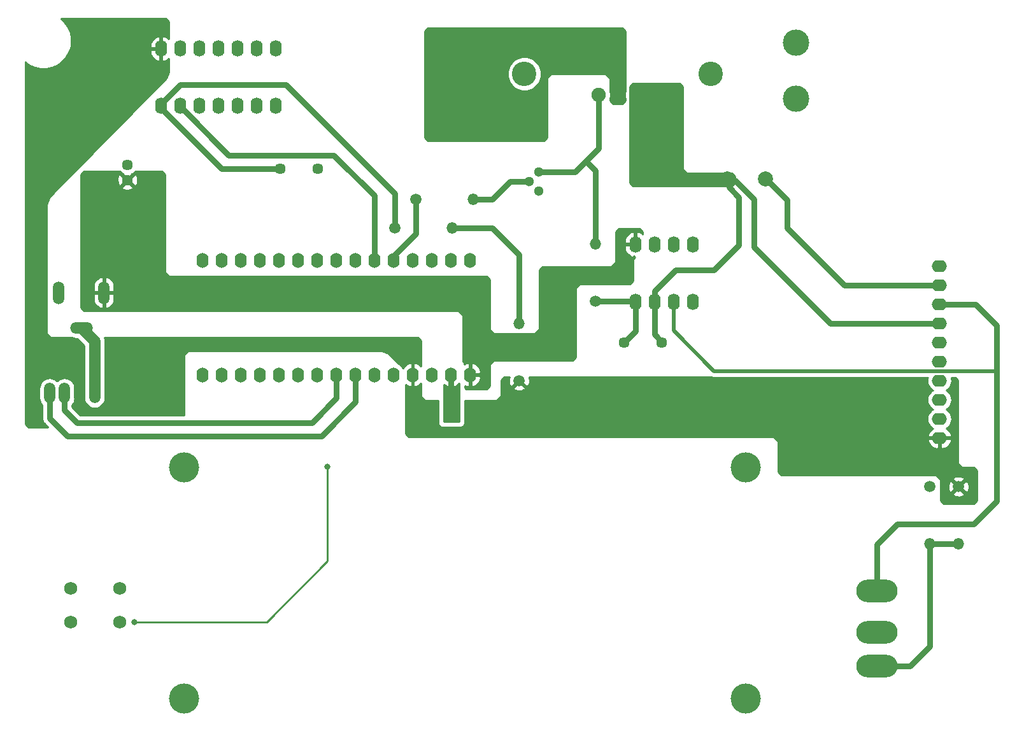
<source format=gbr>
G04 #@! TF.GenerationSoftware,KiCad,Pcbnew,(5.1.4)-1*
G04 #@! TF.CreationDate,2020-07-21T13:34:30-04:00*
G04 #@! TF.ProjectId,DC_LOAD_V01,44435f4c-4f41-4445-9f56-30312e6b6963,V01*
G04 #@! TF.SameCoordinates,Original*
G04 #@! TF.FileFunction,Copper,L1,Top*
G04 #@! TF.FilePolarity,Positive*
%FSLAX46Y46*%
G04 Gerber Fmt 4.6, Leading zero omitted, Abs format (unit mm)*
G04 Created by KiCad (PCBNEW (5.1.4)-1) date 2020-07-21 13:34:30*
%MOMM*%
%LPD*%
G04 APERTURE LIST*
%ADD10O,2.000000X1.600000*%
%ADD11O,1.600000X2.000000*%
%ADD12O,1.508000X3.016000*%
%ADD13O,3.016000X1.508000*%
%ADD14C,3.500000*%
%ADD15C,1.500000*%
%ADD16O,1.500000X1.500000*%
%ADD17O,1.600000X2.200000*%
%ADD18O,5.500000X3.000000*%
%ADD19C,4.000000*%
%ADD20O,1.500000X2.750000*%
%ADD21C,1.450000*%
%ADD22C,3.250000*%
%ADD23C,1.300000*%
%ADD24C,1.750000*%
%ADD25O,2.000000X1.905000*%
%ADD26C,1.905000*%
%ADD27C,2.000000*%
%ADD28C,0.800000*%
%ADD29C,0.750000*%
%ADD30C,1.500000*%
%ADD31C,0.500000*%
%ADD32C,0.250000*%
%ADD33C,0.254000*%
G04 APERTURE END LIST*
D10*
X200152000Y-105156000D03*
X200152000Y-102616000D03*
X200152000Y-100076000D03*
X200152000Y-97536000D03*
X200152000Y-94996000D03*
X200152000Y-92456000D03*
X200152000Y-87376000D03*
X200152000Y-89916000D03*
X200152000Y-84836000D03*
X200152000Y-82296000D03*
D11*
X102171500Y-96774000D03*
X102171500Y-81534000D03*
X137731500Y-96774000D03*
X104711500Y-81534000D03*
X135191500Y-96774000D03*
X107251500Y-81534000D03*
X132651500Y-96774000D03*
X109791500Y-81534000D03*
X130111500Y-96774000D03*
X112331500Y-81534000D03*
X127571500Y-96774000D03*
X114871500Y-81534000D03*
X125031500Y-96774000D03*
X117411500Y-81534000D03*
X122491500Y-96774000D03*
X119951500Y-81534000D03*
X119951500Y-96774000D03*
X122491500Y-81534000D03*
X117411500Y-96774000D03*
X125031500Y-81534000D03*
X114871500Y-96774000D03*
X127571500Y-81534000D03*
X112331500Y-96774000D03*
X130111500Y-81534000D03*
X109791500Y-96774000D03*
X132651500Y-81534000D03*
X107251500Y-96774000D03*
X135191500Y-81534000D03*
X104711500Y-96774000D03*
X137731500Y-81534000D03*
D12*
X89050000Y-85852000D03*
X83050000Y-85852000D03*
D13*
X86050000Y-90552000D03*
D14*
X134112000Y-60078000D03*
X134112000Y-52578000D03*
X181102000Y-52578000D03*
X181102000Y-60078000D03*
D15*
X202692000Y-111633000D03*
D16*
X202692000Y-119253000D03*
X198882000Y-119253000D03*
D15*
X198882000Y-111633000D03*
X154432000Y-86995000D03*
D16*
X154432000Y-79375000D03*
X138176000Y-73406000D03*
D15*
X130556000Y-73406000D03*
D16*
X144272000Y-89916000D03*
D15*
X144272000Y-97536000D03*
X127762000Y-77216000D03*
D16*
X135382000Y-77216000D03*
D17*
X159702500Y-79438500D03*
X167322500Y-87058500D03*
X162242500Y-79438500D03*
X164782500Y-87058500D03*
X164782500Y-79438500D03*
X162242500Y-87058500D03*
X167322500Y-79438500D03*
X159702500Y-87058500D03*
X96647000Y-53403500D03*
X111887000Y-61023500D03*
X99187000Y-53403500D03*
X109347000Y-61023500D03*
X101727000Y-53403500D03*
X106807000Y-61023500D03*
X104267000Y-53403500D03*
X104267000Y-61023500D03*
X106807000Y-53403500D03*
X101727000Y-61023500D03*
X109347000Y-53403500D03*
X99187000Y-61023500D03*
X111887000Y-53403500D03*
X96647000Y-61023500D03*
D18*
X191833500Y-125476000D03*
X191833500Y-130976000D03*
X191833500Y-135476000D03*
D19*
X99722000Y-109120000D03*
X99722000Y-139820000D03*
X174422000Y-139820000D03*
X174422000Y-109120000D03*
D20*
X81822000Y-99194600D03*
X83822000Y-99194600D03*
X85822000Y-99194600D03*
X87822000Y-99194600D03*
D21*
X158242000Y-92456000D03*
X163242000Y-92456000D03*
X117522000Y-69405500D03*
X112522000Y-69405500D03*
D22*
X144957800Y-56769000D03*
X169748200Y-56769000D03*
D21*
X92202000Y-68866000D03*
X92202000Y-70866000D03*
D23*
X146875500Y-72326500D03*
X146875500Y-69786500D03*
X145605500Y-71056500D03*
D24*
X91134000Y-125131000D03*
X91134000Y-129631000D03*
X84634000Y-125131000D03*
X84634000Y-129631000D03*
D25*
X159918400Y-59563000D03*
X157378400Y-59563000D03*
D26*
X154838400Y-59563000D03*
D27*
X177012600Y-70764400D03*
X171932600Y-70764400D03*
D28*
X135890000Y-101600000D03*
X134620000Y-102616000D03*
X135890000Y-102616000D03*
X134620000Y-101600000D03*
X93078300Y-129631440D03*
X118742460Y-108988860D03*
D29*
X199952000Y-102616000D02*
X200152000Y-102616000D01*
X135191500Y-96774000D02*
X135191500Y-96974000D01*
X130111500Y-81534000D02*
X130111500Y-81334000D01*
D30*
X87822000Y-92324000D02*
X86050000Y-90552000D01*
X87822000Y-99194600D02*
X87822000Y-92324000D01*
D29*
X187515500Y-84836000D02*
X200152000Y-84836000D01*
X179895500Y-77216000D02*
X187515500Y-84836000D01*
X177241200Y-70866000D02*
X179895500Y-73520300D01*
X179895500Y-73520300D02*
X179895500Y-77216000D01*
D31*
X127571500Y-81334000D02*
X127571500Y-81534000D01*
D29*
X130556000Y-77978000D02*
X130556000Y-73406000D01*
D31*
X127571500Y-81534000D02*
X127571500Y-80962500D01*
D29*
X127571500Y-80962500D02*
X130556000Y-77978000D01*
X125031500Y-72961500D02*
X125031500Y-81534000D01*
X119634000Y-67564000D02*
X125031500Y-72961500D01*
X105672750Y-67564000D02*
X119634000Y-67564000D01*
X99187000Y-61023500D02*
X99187000Y-61078250D01*
X99187000Y-61078250D02*
X105672750Y-67564000D01*
D32*
X159639000Y-86995000D02*
X159702500Y-87058500D01*
D29*
X154432000Y-86995000D02*
X159639000Y-86995000D01*
X159702500Y-90995500D02*
X158242000Y-92456000D01*
X159702500Y-87058500D02*
X159702500Y-90995500D01*
X111496696Y-69405500D02*
X112522000Y-69405500D01*
X104729000Y-69405500D02*
X111496696Y-69405500D01*
X96647000Y-61323500D02*
X104729000Y-69405500D01*
X96647000Y-61023500D02*
X96647000Y-61323500D01*
X96647000Y-60723500D02*
X96647000Y-61023500D01*
X99204500Y-58166000D02*
X96647000Y-60723500D01*
X113284000Y-58166000D02*
X99204500Y-58166000D01*
X127762000Y-77216000D02*
X127762000Y-72644000D01*
X127762000Y-72644000D02*
X113284000Y-58166000D01*
X154432000Y-69596000D02*
X154432000Y-79375000D01*
D31*
X146875500Y-69786500D02*
X147066000Y-69596000D01*
D29*
X153162000Y-68326000D02*
X154432000Y-69596000D01*
X151892000Y-69596000D02*
X153162000Y-68326000D01*
X151701500Y-69786500D02*
X151892000Y-69596000D01*
X146875500Y-69786500D02*
X151701500Y-69786500D01*
X154813000Y-59588400D02*
X154838400Y-59563000D01*
X153162000Y-68326000D02*
X154813000Y-66675000D01*
X154813000Y-66675000D02*
X154813000Y-59588400D01*
X143065500Y-71056500D02*
X145605500Y-71056500D01*
X138176000Y-73406000D02*
X140716000Y-73406000D01*
X140716000Y-73406000D02*
X143065500Y-71056500D01*
X202692000Y-119253000D02*
X198882000Y-119253000D01*
X196248000Y-135476000D02*
X191833500Y-135476000D01*
X198882000Y-119253000D02*
X198882000Y-132842000D01*
X198882000Y-132842000D02*
X196248000Y-135476000D01*
X140716000Y-77216000D02*
X135382000Y-77216000D01*
X144272000Y-89916000D02*
X144272000Y-80772000D01*
X144272000Y-80772000D02*
X140716000Y-77216000D01*
D32*
X93078300Y-129631440D02*
X110680500Y-129631440D01*
X110680500Y-129631440D02*
X118742460Y-121569480D01*
X118742460Y-121569480D02*
X118742460Y-108988860D01*
D31*
X170180000Y-96266000D02*
X207772000Y-96266000D01*
X164782500Y-87058500D02*
X164782500Y-90868500D01*
X164782500Y-90868500D02*
X170180000Y-96266000D01*
D29*
X207772000Y-90170000D02*
X204978000Y-87376000D01*
X207772000Y-96266000D02*
X207772000Y-90170000D01*
X204978000Y-87376000D02*
X200152000Y-87376000D01*
X207772000Y-113538000D02*
X207772000Y-96266000D01*
X204724000Y-116586000D02*
X207772000Y-113538000D01*
X194564000Y-116586000D02*
X204724000Y-116586000D01*
X191833500Y-125476000D02*
X191833500Y-119316500D01*
X191833500Y-119316500D02*
X194564000Y-116586000D01*
D32*
X89050000Y-85852000D02*
X89050000Y-85098000D01*
D29*
X162242500Y-91376500D02*
X162242500Y-87058500D01*
X163242000Y-92456000D02*
X163242000Y-92376000D01*
X163242000Y-92376000D02*
X162242500Y-91376500D01*
X162242500Y-85661500D02*
X162242500Y-87058500D01*
X172161200Y-71831200D02*
X173482000Y-73152000D01*
X172161200Y-70866000D02*
X172161200Y-71831200D01*
X173482000Y-73152000D02*
X173482000Y-79502000D01*
X173482000Y-79502000D02*
X170180000Y-82804000D01*
X170180000Y-82804000D02*
X165100000Y-82804000D01*
X165100000Y-82804000D02*
X162242500Y-85661500D01*
X185674000Y-89916000D02*
X200152000Y-89916000D01*
X175514000Y-79756000D02*
X185674000Y-89916000D01*
X175514000Y-73406000D02*
X175514000Y-79756000D01*
X172161200Y-70866000D02*
X172974000Y-70866000D01*
X172974000Y-70866000D02*
X175514000Y-73406000D01*
D31*
X125031500Y-96774000D02*
X125031500Y-96974000D01*
D29*
X119951500Y-99885500D02*
X119951500Y-96774000D01*
X116713000Y-103124000D02*
X119951500Y-99885500D01*
X85471000Y-103124000D02*
X116713000Y-103124000D01*
X83822000Y-99194600D02*
X83822000Y-101475000D01*
X83822000Y-101475000D02*
X85471000Y-103124000D01*
X122491500Y-100393500D02*
X122491500Y-96774000D01*
X117983000Y-104902000D02*
X122491500Y-100393500D01*
X84201000Y-104902000D02*
X117983000Y-104902000D01*
X81822000Y-99194600D02*
X81822000Y-102523000D01*
X81822000Y-102523000D02*
X84201000Y-104902000D01*
D33*
G36*
X158369000Y-51098606D02*
G01*
X158369000Y-59045333D01*
X158306370Y-59251796D01*
X158275719Y-59563000D01*
X158306370Y-59874204D01*
X158369000Y-60080667D01*
X158369000Y-60280394D01*
X157943394Y-60706000D01*
X156762606Y-60706000D01*
X156337000Y-60280394D01*
X156337000Y-60093397D01*
X156364893Y-60026057D01*
X156425900Y-59719355D01*
X156425900Y-59406645D01*
X156364893Y-59099943D01*
X156337000Y-59032603D01*
X156337000Y-57396000D01*
X156334560Y-57371224D01*
X156327333Y-57347399D01*
X156315597Y-57325443D01*
X156299803Y-57306197D01*
X155799803Y-56806197D01*
X155780557Y-56790403D01*
X155758601Y-56778667D01*
X155734776Y-56771440D01*
X155710000Y-56769000D01*
X148582000Y-56769000D01*
X148557224Y-56771440D01*
X148533399Y-56778667D01*
X148511443Y-56790403D01*
X148492197Y-56806197D01*
X147992197Y-57306197D01*
X147976403Y-57325443D01*
X147964667Y-57347399D01*
X147957440Y-57371224D01*
X147955000Y-57396000D01*
X147955000Y-65233394D01*
X147529394Y-65659000D01*
X132124606Y-65659000D01*
X131699000Y-65233394D01*
X131699000Y-56546409D01*
X142697800Y-56546409D01*
X142697800Y-56991591D01*
X142784651Y-57428218D01*
X142955014Y-57839511D01*
X143202344Y-58209666D01*
X143517134Y-58524456D01*
X143887289Y-58771786D01*
X144298582Y-58942149D01*
X144735209Y-59029000D01*
X145180391Y-59029000D01*
X145617018Y-58942149D01*
X146028311Y-58771786D01*
X146398466Y-58524456D01*
X146713256Y-58209666D01*
X146960586Y-57839511D01*
X147130949Y-57428218D01*
X147217800Y-56991591D01*
X147217800Y-56546409D01*
X147130949Y-56109782D01*
X146960586Y-55698489D01*
X146713256Y-55328334D01*
X146398466Y-55013544D01*
X146028311Y-54766214D01*
X145617018Y-54595851D01*
X145180391Y-54509000D01*
X144735209Y-54509000D01*
X144298582Y-54595851D01*
X143887289Y-54766214D01*
X143517134Y-55013544D01*
X143202344Y-55328334D01*
X142955014Y-55698489D01*
X142784651Y-56109782D01*
X142697800Y-56546409D01*
X131699000Y-56546409D01*
X131699000Y-51098606D01*
X132124606Y-50673000D01*
X157943394Y-50673000D01*
X158369000Y-51098606D01*
X158369000Y-51098606D01*
G37*
X158369000Y-51098606D02*
X158369000Y-59045333D01*
X158306370Y-59251796D01*
X158275719Y-59563000D01*
X158306370Y-59874204D01*
X158369000Y-60080667D01*
X158369000Y-60280394D01*
X157943394Y-60706000D01*
X156762606Y-60706000D01*
X156337000Y-60280394D01*
X156337000Y-60093397D01*
X156364893Y-60026057D01*
X156425900Y-59719355D01*
X156425900Y-59406645D01*
X156364893Y-59099943D01*
X156337000Y-59032603D01*
X156337000Y-57396000D01*
X156334560Y-57371224D01*
X156327333Y-57347399D01*
X156315597Y-57325443D01*
X156299803Y-57306197D01*
X155799803Y-56806197D01*
X155780557Y-56790403D01*
X155758601Y-56778667D01*
X155734776Y-56771440D01*
X155710000Y-56769000D01*
X148582000Y-56769000D01*
X148557224Y-56771440D01*
X148533399Y-56778667D01*
X148511443Y-56790403D01*
X148492197Y-56806197D01*
X147992197Y-57306197D01*
X147976403Y-57325443D01*
X147964667Y-57347399D01*
X147957440Y-57371224D01*
X147955000Y-57396000D01*
X147955000Y-65233394D01*
X147529394Y-65659000D01*
X132124606Y-65659000D01*
X131699000Y-65233394D01*
X131699000Y-56546409D01*
X142697800Y-56546409D01*
X142697800Y-56991591D01*
X142784651Y-57428218D01*
X142955014Y-57839511D01*
X143202344Y-58209666D01*
X143517134Y-58524456D01*
X143887289Y-58771786D01*
X144298582Y-58942149D01*
X144735209Y-59029000D01*
X145180391Y-59029000D01*
X145617018Y-58942149D01*
X146028311Y-58771786D01*
X146398466Y-58524456D01*
X146713256Y-58209666D01*
X146960586Y-57839511D01*
X147130949Y-57428218D01*
X147217800Y-56991591D01*
X147217800Y-56546409D01*
X147130949Y-56109782D01*
X146960586Y-55698489D01*
X146713256Y-55328334D01*
X146398466Y-55013544D01*
X146028311Y-54766214D01*
X145617018Y-54595851D01*
X145180391Y-54509000D01*
X144735209Y-54509000D01*
X144298582Y-54595851D01*
X143887289Y-54766214D01*
X143517134Y-55013544D01*
X143202344Y-55328334D01*
X142955014Y-55698489D01*
X142784651Y-56109782D01*
X142697800Y-56546409D01*
X131699000Y-56546409D01*
X131699000Y-51098606D01*
X132124606Y-50673000D01*
X157943394Y-50673000D01*
X158369000Y-51098606D01*
G36*
X91145619Y-69732949D02*
G01*
X91335051Y-69922381D01*
X91557799Y-70071216D01*
X91607343Y-70091738D01*
X92202000Y-70686395D01*
X92796657Y-70091738D01*
X92846201Y-70071216D01*
X93068949Y-69922381D01*
X93258381Y-69732949D01*
X93265029Y-69723000D01*
X96729394Y-69723000D01*
X97155000Y-70148606D01*
X97155000Y-83066000D01*
X97157440Y-83090776D01*
X97164667Y-83114601D01*
X97176403Y-83136557D01*
X97192197Y-83155803D01*
X97692197Y-83655803D01*
X97711443Y-83671597D01*
X97733399Y-83683333D01*
X97757224Y-83690560D01*
X97782000Y-83693000D01*
X139909394Y-83693000D01*
X140335000Y-84118606D01*
X140335000Y-90686000D01*
X140337440Y-90710776D01*
X140344667Y-90734601D01*
X140356403Y-90756557D01*
X140372197Y-90775803D01*
X140872197Y-91275803D01*
X140891443Y-91291597D01*
X140913399Y-91303333D01*
X140937224Y-91310560D01*
X140962000Y-91313000D01*
X146312000Y-91313000D01*
X146336776Y-91310560D01*
X146360601Y-91303333D01*
X146382557Y-91291597D01*
X146401803Y-91275803D01*
X146901803Y-90775803D01*
X146917597Y-90756557D01*
X146929333Y-90734601D01*
X146936560Y-90710776D01*
X146939000Y-90686000D01*
X146939000Y-82848606D01*
X147364606Y-82423000D01*
X156472000Y-82423000D01*
X156496776Y-82420560D01*
X156520601Y-82413333D01*
X156542557Y-82401597D01*
X156561803Y-82385803D01*
X157061803Y-81885803D01*
X157077597Y-81866557D01*
X157089333Y-81844601D01*
X157096560Y-81820776D01*
X157099000Y-81796000D01*
X157099000Y-79015500D01*
X158267500Y-79015500D01*
X158267500Y-79315500D01*
X159579500Y-79315500D01*
X159579500Y-77868191D01*
X159357357Y-77745625D01*
X159266987Y-77765663D01*
X159007528Y-77877006D01*
X158774776Y-78036828D01*
X158577676Y-78238986D01*
X158423803Y-78475712D01*
X158319069Y-78737909D01*
X158267500Y-79015500D01*
X157099000Y-79015500D01*
X157099000Y-77768606D01*
X157524606Y-77343000D01*
X160229394Y-77343000D01*
X160655000Y-77768606D01*
X160655000Y-78062240D01*
X160630224Y-78036828D01*
X160397472Y-77877006D01*
X160138013Y-77765663D01*
X160047643Y-77745625D01*
X159825500Y-77868191D01*
X159825500Y-79315500D01*
X159845500Y-79315500D01*
X159845500Y-79561500D01*
X159825500Y-79561500D01*
X159825500Y-79581500D01*
X159579500Y-79581500D01*
X159579500Y-79561500D01*
X158267500Y-79561500D01*
X158267500Y-79861500D01*
X158319069Y-80139091D01*
X158423803Y-80401288D01*
X158577676Y-80638014D01*
X158774776Y-80840172D01*
X159007528Y-80999994D01*
X159266987Y-81111337D01*
X159357357Y-81131375D01*
X159579498Y-81008810D01*
X159579498Y-81173500D01*
X159684894Y-81173500D01*
X159422197Y-81436197D01*
X159406403Y-81455443D01*
X159394667Y-81477399D01*
X159387440Y-81501224D01*
X159385000Y-81526000D01*
X159385000Y-84283394D01*
X158959394Y-84709000D01*
X152392000Y-84709000D01*
X152367224Y-84711440D01*
X152343399Y-84718667D01*
X152321443Y-84730403D01*
X152302197Y-84746197D01*
X151802197Y-85246197D01*
X151786403Y-85265443D01*
X151774667Y-85287399D01*
X151767440Y-85311224D01*
X151765000Y-85336000D01*
X151765000Y-94443394D01*
X151339394Y-94869000D01*
X140962000Y-94869000D01*
X140937224Y-94871440D01*
X140913399Y-94878667D01*
X140891443Y-94890403D01*
X140872197Y-94906197D01*
X140372197Y-95406197D01*
X140356403Y-95425443D01*
X140344667Y-95447399D01*
X140337440Y-95471224D01*
X140335000Y-95496000D01*
X140335000Y-98253394D01*
X139909394Y-98679000D01*
X137204606Y-98679000D01*
X137033000Y-98507394D01*
X137033000Y-98229807D01*
X137063079Y-98249551D01*
X137324770Y-98355444D01*
X137382461Y-98365904D01*
X137604500Y-98243915D01*
X137604500Y-96901000D01*
X137858500Y-96901000D01*
X137858500Y-98243915D01*
X138080539Y-98365904D01*
X138138230Y-98355444D01*
X138399921Y-98249551D01*
X138635925Y-98094639D01*
X138837173Y-97896662D01*
X138995930Y-97663227D01*
X139106096Y-97403306D01*
X139163437Y-97126887D01*
X139010974Y-96901000D01*
X137858500Y-96901000D01*
X137604500Y-96901000D01*
X137584500Y-96901000D01*
X137584500Y-96647000D01*
X137604500Y-96647000D01*
X137604500Y-95304085D01*
X137858500Y-95304085D01*
X137858500Y-96647000D01*
X139010974Y-96647000D01*
X139163437Y-96421113D01*
X139106096Y-96144694D01*
X138995930Y-95884773D01*
X138837173Y-95651338D01*
X138635925Y-95453361D01*
X138399921Y-95298449D01*
X138138230Y-95192556D01*
X138080539Y-95182096D01*
X137858500Y-95304085D01*
X137604500Y-95304085D01*
X137382461Y-95182096D01*
X137324770Y-95192556D01*
X137063079Y-95298449D01*
X137007160Y-95335154D01*
X136984664Y-95260996D01*
X136925983Y-95151213D01*
X136847013Y-95054987D01*
X136779000Y-94999171D01*
X136779000Y-88892000D01*
X136776560Y-88867224D01*
X136769333Y-88843399D01*
X136757597Y-88821443D01*
X136741803Y-88802197D01*
X136241803Y-88302197D01*
X136222557Y-88286403D01*
X136200601Y-88274667D01*
X136176776Y-88267440D01*
X136152000Y-88265000D01*
X86404606Y-88265000D01*
X85979000Y-87839394D01*
X85979000Y-85979000D01*
X87661000Y-85979000D01*
X87661000Y-86733000D01*
X87712466Y-87001540D01*
X87815332Y-87254880D01*
X87965646Y-87483284D01*
X88157631Y-87677974D01*
X88383909Y-87831469D01*
X88635785Y-87937870D01*
X88708186Y-87952286D01*
X88923000Y-87829677D01*
X88923000Y-85979000D01*
X89177000Y-85979000D01*
X89177000Y-87829677D01*
X89391814Y-87952286D01*
X89464215Y-87937870D01*
X89716091Y-87831469D01*
X89942369Y-87677974D01*
X90134354Y-87483284D01*
X90284668Y-87254880D01*
X90387534Y-87001540D01*
X90439000Y-86733000D01*
X90439000Y-85979000D01*
X89177000Y-85979000D01*
X88923000Y-85979000D01*
X87661000Y-85979000D01*
X85979000Y-85979000D01*
X85979000Y-84971000D01*
X87661000Y-84971000D01*
X87661000Y-85725000D01*
X88923000Y-85725000D01*
X88923000Y-83874323D01*
X89177000Y-83874323D01*
X89177000Y-85725000D01*
X90439000Y-85725000D01*
X90439000Y-84971000D01*
X90387534Y-84702460D01*
X90284668Y-84449120D01*
X90134354Y-84220716D01*
X89942369Y-84026026D01*
X89716091Y-83872531D01*
X89464215Y-83766130D01*
X89391814Y-83751714D01*
X89177000Y-83874323D01*
X88923000Y-83874323D01*
X88708186Y-83751714D01*
X88635785Y-83766130D01*
X88383909Y-83872531D01*
X88157631Y-84026026D01*
X87965646Y-84220716D01*
X87815332Y-84449120D01*
X87712466Y-84702460D01*
X87661000Y-84971000D01*
X85979000Y-84971000D01*
X85979000Y-71805133D01*
X91442472Y-71805133D01*
X91504965Y-72041450D01*
X91747678Y-72154850D01*
X92007849Y-72218719D01*
X92275482Y-72230604D01*
X92540291Y-72190048D01*
X92792100Y-72098609D01*
X92899035Y-72041450D01*
X92961528Y-71805133D01*
X92202000Y-71045605D01*
X91442472Y-71805133D01*
X85979000Y-71805133D01*
X85979000Y-70939482D01*
X90837396Y-70939482D01*
X90877952Y-71204291D01*
X90969391Y-71456100D01*
X91026550Y-71563035D01*
X91262867Y-71625528D01*
X92022395Y-70866000D01*
X92381605Y-70866000D01*
X93141133Y-71625528D01*
X93377450Y-71563035D01*
X93490850Y-71320322D01*
X93554719Y-71060151D01*
X93566604Y-70792518D01*
X93526048Y-70527709D01*
X93434609Y-70275900D01*
X93377450Y-70168965D01*
X93141133Y-70106472D01*
X92381605Y-70866000D01*
X92022395Y-70866000D01*
X91262867Y-70106472D01*
X91026550Y-70168965D01*
X90913150Y-70411678D01*
X90849281Y-70671849D01*
X90837396Y-70939482D01*
X85979000Y-70939482D01*
X85979000Y-70148606D01*
X86404606Y-69723000D01*
X91138971Y-69723000D01*
X91145619Y-69732949D01*
X91145619Y-69732949D01*
G37*
X91145619Y-69732949D02*
X91335051Y-69922381D01*
X91557799Y-70071216D01*
X91607343Y-70091738D01*
X92202000Y-70686395D01*
X92796657Y-70091738D01*
X92846201Y-70071216D01*
X93068949Y-69922381D01*
X93258381Y-69732949D01*
X93265029Y-69723000D01*
X96729394Y-69723000D01*
X97155000Y-70148606D01*
X97155000Y-83066000D01*
X97157440Y-83090776D01*
X97164667Y-83114601D01*
X97176403Y-83136557D01*
X97192197Y-83155803D01*
X97692197Y-83655803D01*
X97711443Y-83671597D01*
X97733399Y-83683333D01*
X97757224Y-83690560D01*
X97782000Y-83693000D01*
X139909394Y-83693000D01*
X140335000Y-84118606D01*
X140335000Y-90686000D01*
X140337440Y-90710776D01*
X140344667Y-90734601D01*
X140356403Y-90756557D01*
X140372197Y-90775803D01*
X140872197Y-91275803D01*
X140891443Y-91291597D01*
X140913399Y-91303333D01*
X140937224Y-91310560D01*
X140962000Y-91313000D01*
X146312000Y-91313000D01*
X146336776Y-91310560D01*
X146360601Y-91303333D01*
X146382557Y-91291597D01*
X146401803Y-91275803D01*
X146901803Y-90775803D01*
X146917597Y-90756557D01*
X146929333Y-90734601D01*
X146936560Y-90710776D01*
X146939000Y-90686000D01*
X146939000Y-82848606D01*
X147364606Y-82423000D01*
X156472000Y-82423000D01*
X156496776Y-82420560D01*
X156520601Y-82413333D01*
X156542557Y-82401597D01*
X156561803Y-82385803D01*
X157061803Y-81885803D01*
X157077597Y-81866557D01*
X157089333Y-81844601D01*
X157096560Y-81820776D01*
X157099000Y-81796000D01*
X157099000Y-79015500D01*
X158267500Y-79015500D01*
X158267500Y-79315500D01*
X159579500Y-79315500D01*
X159579500Y-77868191D01*
X159357357Y-77745625D01*
X159266987Y-77765663D01*
X159007528Y-77877006D01*
X158774776Y-78036828D01*
X158577676Y-78238986D01*
X158423803Y-78475712D01*
X158319069Y-78737909D01*
X158267500Y-79015500D01*
X157099000Y-79015500D01*
X157099000Y-77768606D01*
X157524606Y-77343000D01*
X160229394Y-77343000D01*
X160655000Y-77768606D01*
X160655000Y-78062240D01*
X160630224Y-78036828D01*
X160397472Y-77877006D01*
X160138013Y-77765663D01*
X160047643Y-77745625D01*
X159825500Y-77868191D01*
X159825500Y-79315500D01*
X159845500Y-79315500D01*
X159845500Y-79561500D01*
X159825500Y-79561500D01*
X159825500Y-79581500D01*
X159579500Y-79581500D01*
X159579500Y-79561500D01*
X158267500Y-79561500D01*
X158267500Y-79861500D01*
X158319069Y-80139091D01*
X158423803Y-80401288D01*
X158577676Y-80638014D01*
X158774776Y-80840172D01*
X159007528Y-80999994D01*
X159266987Y-81111337D01*
X159357357Y-81131375D01*
X159579498Y-81008810D01*
X159579498Y-81173500D01*
X159684894Y-81173500D01*
X159422197Y-81436197D01*
X159406403Y-81455443D01*
X159394667Y-81477399D01*
X159387440Y-81501224D01*
X159385000Y-81526000D01*
X159385000Y-84283394D01*
X158959394Y-84709000D01*
X152392000Y-84709000D01*
X152367224Y-84711440D01*
X152343399Y-84718667D01*
X152321443Y-84730403D01*
X152302197Y-84746197D01*
X151802197Y-85246197D01*
X151786403Y-85265443D01*
X151774667Y-85287399D01*
X151767440Y-85311224D01*
X151765000Y-85336000D01*
X151765000Y-94443394D01*
X151339394Y-94869000D01*
X140962000Y-94869000D01*
X140937224Y-94871440D01*
X140913399Y-94878667D01*
X140891443Y-94890403D01*
X140872197Y-94906197D01*
X140372197Y-95406197D01*
X140356403Y-95425443D01*
X140344667Y-95447399D01*
X140337440Y-95471224D01*
X140335000Y-95496000D01*
X140335000Y-98253394D01*
X139909394Y-98679000D01*
X137204606Y-98679000D01*
X137033000Y-98507394D01*
X137033000Y-98229807D01*
X137063079Y-98249551D01*
X137324770Y-98355444D01*
X137382461Y-98365904D01*
X137604500Y-98243915D01*
X137604500Y-96901000D01*
X137858500Y-96901000D01*
X137858500Y-98243915D01*
X138080539Y-98365904D01*
X138138230Y-98355444D01*
X138399921Y-98249551D01*
X138635925Y-98094639D01*
X138837173Y-97896662D01*
X138995930Y-97663227D01*
X139106096Y-97403306D01*
X139163437Y-97126887D01*
X139010974Y-96901000D01*
X137858500Y-96901000D01*
X137604500Y-96901000D01*
X137584500Y-96901000D01*
X137584500Y-96647000D01*
X137604500Y-96647000D01*
X137604500Y-95304085D01*
X137858500Y-95304085D01*
X137858500Y-96647000D01*
X139010974Y-96647000D01*
X139163437Y-96421113D01*
X139106096Y-96144694D01*
X138995930Y-95884773D01*
X138837173Y-95651338D01*
X138635925Y-95453361D01*
X138399921Y-95298449D01*
X138138230Y-95192556D01*
X138080539Y-95182096D01*
X137858500Y-95304085D01*
X137604500Y-95304085D01*
X137382461Y-95182096D01*
X137324770Y-95192556D01*
X137063079Y-95298449D01*
X137007160Y-95335154D01*
X136984664Y-95260996D01*
X136925983Y-95151213D01*
X136847013Y-95054987D01*
X136779000Y-94999171D01*
X136779000Y-88892000D01*
X136776560Y-88867224D01*
X136769333Y-88843399D01*
X136757597Y-88821443D01*
X136741803Y-88802197D01*
X136241803Y-88302197D01*
X136222557Y-88286403D01*
X136200601Y-88274667D01*
X136176776Y-88267440D01*
X136152000Y-88265000D01*
X86404606Y-88265000D01*
X85979000Y-87839394D01*
X85979000Y-85979000D01*
X87661000Y-85979000D01*
X87661000Y-86733000D01*
X87712466Y-87001540D01*
X87815332Y-87254880D01*
X87965646Y-87483284D01*
X88157631Y-87677974D01*
X88383909Y-87831469D01*
X88635785Y-87937870D01*
X88708186Y-87952286D01*
X88923000Y-87829677D01*
X88923000Y-85979000D01*
X89177000Y-85979000D01*
X89177000Y-87829677D01*
X89391814Y-87952286D01*
X89464215Y-87937870D01*
X89716091Y-87831469D01*
X89942369Y-87677974D01*
X90134354Y-87483284D01*
X90284668Y-87254880D01*
X90387534Y-87001540D01*
X90439000Y-86733000D01*
X90439000Y-85979000D01*
X89177000Y-85979000D01*
X88923000Y-85979000D01*
X87661000Y-85979000D01*
X85979000Y-85979000D01*
X85979000Y-84971000D01*
X87661000Y-84971000D01*
X87661000Y-85725000D01*
X88923000Y-85725000D01*
X88923000Y-83874323D01*
X89177000Y-83874323D01*
X89177000Y-85725000D01*
X90439000Y-85725000D01*
X90439000Y-84971000D01*
X90387534Y-84702460D01*
X90284668Y-84449120D01*
X90134354Y-84220716D01*
X89942369Y-84026026D01*
X89716091Y-83872531D01*
X89464215Y-83766130D01*
X89391814Y-83751714D01*
X89177000Y-83874323D01*
X88923000Y-83874323D01*
X88708186Y-83751714D01*
X88635785Y-83766130D01*
X88383909Y-83872531D01*
X88157631Y-84026026D01*
X87965646Y-84220716D01*
X87815332Y-84449120D01*
X87712466Y-84702460D01*
X87661000Y-84971000D01*
X85979000Y-84971000D01*
X85979000Y-71805133D01*
X91442472Y-71805133D01*
X91504965Y-72041450D01*
X91747678Y-72154850D01*
X92007849Y-72218719D01*
X92275482Y-72230604D01*
X92540291Y-72190048D01*
X92792100Y-72098609D01*
X92899035Y-72041450D01*
X92961528Y-71805133D01*
X92202000Y-71045605D01*
X91442472Y-71805133D01*
X85979000Y-71805133D01*
X85979000Y-70939482D01*
X90837396Y-70939482D01*
X90877952Y-71204291D01*
X90969391Y-71456100D01*
X91026550Y-71563035D01*
X91262867Y-71625528D01*
X92022395Y-70866000D01*
X92381605Y-70866000D01*
X93141133Y-71625528D01*
X93377450Y-71563035D01*
X93490850Y-71320322D01*
X93554719Y-71060151D01*
X93566604Y-70792518D01*
X93526048Y-70527709D01*
X93434609Y-70275900D01*
X93377450Y-70168965D01*
X93141133Y-70106472D01*
X92381605Y-70866000D01*
X92022395Y-70866000D01*
X91262867Y-70106472D01*
X91026550Y-70168965D01*
X90913150Y-70411678D01*
X90849281Y-70671849D01*
X90837396Y-70939482D01*
X85979000Y-70939482D01*
X85979000Y-70148606D01*
X86404606Y-69723000D01*
X91138971Y-69723000D01*
X91145619Y-69732949D01*
G36*
X97663000Y-49828606D02*
G01*
X97663000Y-52091928D01*
X97571895Y-51999000D01*
X97338646Y-51839785D01*
X97078818Y-51729133D01*
X96996039Y-51711596D01*
X96774000Y-51833585D01*
X96774000Y-53276500D01*
X96794000Y-53276500D01*
X96794000Y-53530500D01*
X96774000Y-53530500D01*
X96774000Y-54973415D01*
X96996039Y-55095404D01*
X97078818Y-55077867D01*
X97338646Y-54967215D01*
X97571895Y-54808000D01*
X97663000Y-54715072D01*
X97663000Y-56498121D01*
X97332341Y-57309663D01*
X81792598Y-73213619D01*
X81777028Y-73233045D01*
X81765823Y-73254455D01*
X81416388Y-74112080D01*
X81409299Y-74135945D01*
X81407000Y-74160000D01*
X81407000Y-91194000D01*
X81409440Y-91218776D01*
X81416667Y-91242601D01*
X81428403Y-91264557D01*
X81444197Y-91283803D01*
X81944197Y-91783803D01*
X81963443Y-91799597D01*
X81985399Y-91811333D01*
X82009224Y-91818560D01*
X82034000Y-91821000D01*
X84723571Y-91821000D01*
X84761881Y-91841477D01*
X85023709Y-91920902D01*
X85227770Y-91941000D01*
X85480315Y-91941000D01*
X86437001Y-92897687D01*
X86437000Y-98501563D01*
X86437000Y-99887637D01*
X86457040Y-100091107D01*
X86536236Y-100352181D01*
X86664844Y-100592788D01*
X86837920Y-100803681D01*
X87048813Y-100976757D01*
X87289420Y-101105364D01*
X87550494Y-101184560D01*
X87822000Y-101211301D01*
X88093507Y-101184560D01*
X88354581Y-101105364D01*
X88595188Y-100976757D01*
X88806081Y-100803681D01*
X88979157Y-100592788D01*
X89107764Y-100352181D01*
X89186960Y-100091107D01*
X89207000Y-99887637D01*
X89207000Y-92392026D01*
X89213700Y-92323999D01*
X89207000Y-92255972D01*
X89207000Y-92255963D01*
X89186960Y-92052493D01*
X89116737Y-91821000D01*
X130765394Y-91821000D01*
X131191000Y-92246606D01*
X131191000Y-95625601D01*
X131019202Y-95455655D01*
X130783582Y-95300060D01*
X130522135Y-95193422D01*
X130456643Y-95181125D01*
X130234500Y-95303691D01*
X130234500Y-96651000D01*
X130254500Y-96651000D01*
X130254500Y-96897000D01*
X130234500Y-96897000D01*
X130234500Y-98244309D01*
X130456643Y-98366875D01*
X130522135Y-98354578D01*
X130783582Y-98247940D01*
X131019202Y-98092345D01*
X131191000Y-97922399D01*
X131191000Y-99576000D01*
X131193440Y-99600776D01*
X131200667Y-99624601D01*
X131212403Y-99646557D01*
X131228197Y-99665803D01*
X131728197Y-100165803D01*
X131747443Y-100181597D01*
X131769399Y-100193333D01*
X131793224Y-100200560D01*
X131818000Y-100203000D01*
X133477000Y-100203000D01*
X133477000Y-103124000D01*
X133489201Y-103247882D01*
X133525336Y-103367004D01*
X133584017Y-103476787D01*
X133662987Y-103573013D01*
X133759213Y-103651983D01*
X133868996Y-103710664D01*
X133988118Y-103746799D01*
X134112000Y-103759000D01*
X136398000Y-103759000D01*
X136521882Y-103746799D01*
X136641004Y-103710664D01*
X136750787Y-103651983D01*
X136847013Y-103573013D01*
X136925983Y-103476787D01*
X136984664Y-103367004D01*
X137020799Y-103247882D01*
X137033000Y-103124000D01*
X137033000Y-100203000D01*
X141232000Y-100203000D01*
X141256776Y-100200560D01*
X141280601Y-100193333D01*
X141302557Y-100181597D01*
X141321803Y-100165803D01*
X141821803Y-99665803D01*
X141837597Y-99646557D01*
X141849333Y-99624601D01*
X141856560Y-99600776D01*
X141859000Y-99576000D01*
X141859000Y-98490453D01*
X143491496Y-98490453D01*
X143556689Y-98729801D01*
X143803332Y-98846413D01*
X144067987Y-98912666D01*
X144340482Y-98926015D01*
X144610345Y-98885946D01*
X144867205Y-98793999D01*
X144987311Y-98729801D01*
X145052504Y-98490453D01*
X144272000Y-97709948D01*
X143491496Y-98490453D01*
X141859000Y-98490453D01*
X141859000Y-97453606D01*
X142284606Y-97028000D01*
X142980183Y-97028000D01*
X142961587Y-97067332D01*
X142895334Y-97331987D01*
X142881985Y-97604482D01*
X142922054Y-97874345D01*
X143014001Y-98131205D01*
X143078199Y-98251311D01*
X143317547Y-98316504D01*
X144098052Y-97536000D01*
X144083909Y-97521858D01*
X144257858Y-97347910D01*
X144272000Y-97362052D01*
X144286143Y-97347910D01*
X144460091Y-97521858D01*
X144445948Y-97536000D01*
X145226453Y-98316504D01*
X145465801Y-98251311D01*
X145582413Y-98004668D01*
X145648666Y-97740013D01*
X145662015Y-97467518D01*
X145621946Y-97197655D01*
X145561215Y-97028000D01*
X169728203Y-97028000D01*
X169839687Y-97087589D01*
X170006510Y-97138195D01*
X170136523Y-97151000D01*
X170136531Y-97151000D01*
X170180000Y-97155281D01*
X170223469Y-97151000D01*
X198569218Y-97151000D01*
X198537764Y-97254691D01*
X198510057Y-97536000D01*
X198537764Y-97817309D01*
X198619818Y-98087808D01*
X198753068Y-98337101D01*
X198932392Y-98555608D01*
X199150899Y-98734932D01*
X199283858Y-98806000D01*
X199150899Y-98877068D01*
X198932392Y-99056392D01*
X198753068Y-99274899D01*
X198619818Y-99524192D01*
X198537764Y-99794691D01*
X198510057Y-100076000D01*
X198537764Y-100357309D01*
X198619818Y-100627808D01*
X198753068Y-100877101D01*
X198932392Y-101095608D01*
X199150899Y-101274932D01*
X199283858Y-101346000D01*
X199150899Y-101417068D01*
X198932392Y-101596392D01*
X198753068Y-101814899D01*
X198619818Y-102064192D01*
X198537764Y-102334691D01*
X198510057Y-102616000D01*
X198537764Y-102897309D01*
X198619818Y-103167808D01*
X198753068Y-103417101D01*
X198932392Y-103635608D01*
X199150899Y-103814932D01*
X199280345Y-103884122D01*
X199262773Y-103891570D01*
X199029338Y-104050327D01*
X198831361Y-104251575D01*
X198676449Y-104487579D01*
X198570556Y-104749270D01*
X198560096Y-104806961D01*
X198682085Y-105029000D01*
X200025000Y-105029000D01*
X200025000Y-105009000D01*
X200279000Y-105009000D01*
X200279000Y-105029000D01*
X201621915Y-105029000D01*
X201743904Y-104806961D01*
X201733444Y-104749270D01*
X201627551Y-104487579D01*
X201472639Y-104251575D01*
X201274662Y-104050327D01*
X201041227Y-103891570D01*
X201023655Y-103884122D01*
X201153101Y-103814932D01*
X201371608Y-103635608D01*
X201550932Y-103417101D01*
X201684182Y-103167808D01*
X201766236Y-102897309D01*
X201793943Y-102616000D01*
X201766236Y-102334691D01*
X201684182Y-102064192D01*
X201550932Y-101814899D01*
X201371608Y-101596392D01*
X201153101Y-101417068D01*
X201020142Y-101346000D01*
X201153101Y-101274932D01*
X201371608Y-101095608D01*
X201550932Y-100877101D01*
X201684182Y-100627808D01*
X201766236Y-100357309D01*
X201793943Y-100076000D01*
X201766236Y-99794691D01*
X201684182Y-99524192D01*
X201550932Y-99274899D01*
X201371608Y-99056392D01*
X201153101Y-98877068D01*
X201020142Y-98806000D01*
X201153101Y-98734932D01*
X201371608Y-98555608D01*
X201550932Y-98337101D01*
X201684182Y-98087808D01*
X201766236Y-97817309D01*
X201793943Y-97536000D01*
X201766236Y-97254691D01*
X201734782Y-97151000D01*
X202262394Y-97151000D01*
X202565000Y-97453606D01*
X202565000Y-108466000D01*
X202567440Y-108490776D01*
X202574667Y-108514601D01*
X202586403Y-108536557D01*
X202602197Y-108555803D01*
X203102197Y-109055803D01*
X203121443Y-109071597D01*
X203143399Y-109083333D01*
X203167224Y-109090560D01*
X203192000Y-109093000D01*
X204679394Y-109093000D01*
X205105000Y-109518606D01*
X205105000Y-113493394D01*
X204679394Y-113919000D01*
X200704606Y-113919000D01*
X200279000Y-113493394D01*
X200279000Y-112589993D01*
X201914612Y-112589993D01*
X201980137Y-112828860D01*
X202227116Y-112944760D01*
X202491960Y-113010250D01*
X202764492Y-113022812D01*
X203034238Y-112981965D01*
X203290832Y-112889277D01*
X203403863Y-112828860D01*
X203469388Y-112589993D01*
X202692000Y-111812605D01*
X201914612Y-112589993D01*
X200279000Y-112589993D01*
X200279000Y-111705492D01*
X201302188Y-111705492D01*
X201343035Y-111975238D01*
X201435723Y-112231832D01*
X201496140Y-112344863D01*
X201735007Y-112410388D01*
X202512395Y-111633000D01*
X202871605Y-111633000D01*
X203648993Y-112410388D01*
X203887860Y-112344863D01*
X204003760Y-112097884D01*
X204069250Y-111833040D01*
X204081812Y-111560508D01*
X204040965Y-111290762D01*
X203948277Y-111034168D01*
X203887860Y-110921137D01*
X203648993Y-110855612D01*
X202871605Y-111633000D01*
X202512395Y-111633000D01*
X201735007Y-110855612D01*
X201496140Y-110921137D01*
X201380240Y-111168116D01*
X201314750Y-111432960D01*
X201302188Y-111705492D01*
X200279000Y-111705492D01*
X200279000Y-110736000D01*
X200276560Y-110711224D01*
X200269333Y-110687399D01*
X200263244Y-110676007D01*
X201914612Y-110676007D01*
X202692000Y-111453395D01*
X203469388Y-110676007D01*
X203403863Y-110437140D01*
X203156884Y-110321240D01*
X202892040Y-110255750D01*
X202619508Y-110243188D01*
X202349762Y-110284035D01*
X202093168Y-110376723D01*
X201980137Y-110437140D01*
X201914612Y-110676007D01*
X200263244Y-110676007D01*
X200257597Y-110665443D01*
X200241803Y-110646197D01*
X199741803Y-110146197D01*
X199722557Y-110130403D01*
X199700601Y-110118667D01*
X199676776Y-110111440D01*
X199652000Y-110109000D01*
X179114606Y-110109000D01*
X178689000Y-109683394D01*
X178689000Y-105656000D01*
X178686560Y-105631224D01*
X178679333Y-105607399D01*
X178667597Y-105585443D01*
X178651803Y-105566197D01*
X178590645Y-105505039D01*
X198560096Y-105505039D01*
X198570556Y-105562730D01*
X198676449Y-105824421D01*
X198831361Y-106060425D01*
X199029338Y-106261673D01*
X199262773Y-106420430D01*
X199522694Y-106530596D01*
X199799113Y-106587937D01*
X200025000Y-106435474D01*
X200025000Y-105283000D01*
X200279000Y-105283000D01*
X200279000Y-106435474D01*
X200504887Y-106587937D01*
X200781306Y-106530596D01*
X201041227Y-106420430D01*
X201274662Y-106261673D01*
X201472639Y-106060425D01*
X201627551Y-105824421D01*
X201733444Y-105562730D01*
X201743904Y-105505039D01*
X201621915Y-105283000D01*
X200279000Y-105283000D01*
X200025000Y-105283000D01*
X198682085Y-105283000D01*
X198560096Y-105505039D01*
X178590645Y-105505039D01*
X178151803Y-105066197D01*
X178132557Y-105050403D01*
X178110601Y-105038667D01*
X178086776Y-105031440D01*
X178062000Y-105029000D01*
X129584606Y-105029000D01*
X129159000Y-104603394D01*
X129159000Y-98048030D01*
X129203798Y-98092345D01*
X129439418Y-98247940D01*
X129700865Y-98354578D01*
X129766357Y-98366875D01*
X129988500Y-98244309D01*
X129988500Y-96897000D01*
X129968500Y-96897000D01*
X129968500Y-96651000D01*
X129988500Y-96651000D01*
X129988500Y-95303691D01*
X129766357Y-95181125D01*
X129700865Y-95193422D01*
X129439418Y-95300060D01*
X129203798Y-95455655D01*
X129003061Y-95654228D01*
X128844921Y-95888147D01*
X128839246Y-95901641D01*
X128770432Y-95772899D01*
X128591108Y-95554392D01*
X128372601Y-95375068D01*
X128261047Y-95315441D01*
X126935356Y-93989750D01*
X126916110Y-93973956D01*
X126894154Y-93962220D01*
X126040601Y-93608667D01*
X126016776Y-93601440D01*
X125992000Y-93599000D01*
X100322000Y-93599000D01*
X100297224Y-93601440D01*
X100273399Y-93608667D01*
X100251443Y-93620403D01*
X100232197Y-93636197D01*
X99732197Y-94136197D01*
X99716403Y-94155443D01*
X99704667Y-94177399D01*
X99697440Y-94201224D01*
X99695000Y-94226000D01*
X99695000Y-102114000D01*
X85889355Y-102114000D01*
X84832000Y-101056645D01*
X84832000Y-100772099D01*
X84979157Y-100592788D01*
X85107764Y-100352181D01*
X85186960Y-100091107D01*
X85207000Y-99887637D01*
X85207000Y-98501563D01*
X85186960Y-98298093D01*
X85107764Y-98037019D01*
X84979157Y-97796412D01*
X84806080Y-97585519D01*
X84595187Y-97412443D01*
X84354580Y-97283836D01*
X84093506Y-97204640D01*
X83822000Y-97177899D01*
X83550493Y-97204640D01*
X83289419Y-97283836D01*
X83048812Y-97412443D01*
X82837919Y-97585520D01*
X82822000Y-97604917D01*
X82806080Y-97585519D01*
X82595187Y-97412443D01*
X82354580Y-97283836D01*
X82093506Y-97204640D01*
X81822000Y-97177899D01*
X81550493Y-97204640D01*
X81289419Y-97283836D01*
X81048812Y-97412443D01*
X80837919Y-97585520D01*
X80664843Y-97796413D01*
X80536236Y-98037020D01*
X80457040Y-98298094D01*
X80437000Y-98501564D01*
X80437000Y-99887637D01*
X80457040Y-100091107D01*
X80536236Y-100352181D01*
X80664844Y-100592788D01*
X80812000Y-100772098D01*
X80812001Y-102473382D01*
X80807114Y-102523000D01*
X80826615Y-102720994D01*
X80884368Y-102911379D01*
X80934078Y-103004380D01*
X80978154Y-103086840D01*
X81104368Y-103240633D01*
X81142901Y-103272256D01*
X81629645Y-103759000D01*
X79038606Y-103759000D01*
X78613000Y-103333394D01*
X78613000Y-55181774D01*
X78650176Y-55218950D01*
X79260604Y-55626824D01*
X79938874Y-55907773D01*
X80658923Y-56051000D01*
X81393077Y-56051000D01*
X82113126Y-55907773D01*
X82791396Y-55626824D01*
X83401824Y-55218950D01*
X83920950Y-54699824D01*
X84328824Y-54089396D01*
X84560326Y-53530500D01*
X95212000Y-53530500D01*
X95212000Y-53830500D01*
X95264350Y-54108014D01*
X95369834Y-54369983D01*
X95524399Y-54606339D01*
X95722105Y-54808000D01*
X95955354Y-54967215D01*
X96215182Y-55077867D01*
X96297961Y-55095404D01*
X96520000Y-54973415D01*
X96520000Y-53530500D01*
X95212000Y-53530500D01*
X84560326Y-53530500D01*
X84609773Y-53411126D01*
X84696225Y-52976500D01*
X95212000Y-52976500D01*
X95212000Y-53276500D01*
X96520000Y-53276500D01*
X96520000Y-51833585D01*
X96297961Y-51711596D01*
X96215182Y-51729133D01*
X95955354Y-51839785D01*
X95722105Y-51999000D01*
X95524399Y-52200661D01*
X95369834Y-52437017D01*
X95264350Y-52698986D01*
X95212000Y-52976500D01*
X84696225Y-52976500D01*
X84753000Y-52691077D01*
X84753000Y-51956923D01*
X84609773Y-51236874D01*
X84328824Y-50558604D01*
X83920950Y-49948176D01*
X83401824Y-49429050D01*
X83362837Y-49403000D01*
X97237394Y-49403000D01*
X97663000Y-49828606D01*
X97663000Y-49828606D01*
G37*
X97663000Y-49828606D02*
X97663000Y-52091928D01*
X97571895Y-51999000D01*
X97338646Y-51839785D01*
X97078818Y-51729133D01*
X96996039Y-51711596D01*
X96774000Y-51833585D01*
X96774000Y-53276500D01*
X96794000Y-53276500D01*
X96794000Y-53530500D01*
X96774000Y-53530500D01*
X96774000Y-54973415D01*
X96996039Y-55095404D01*
X97078818Y-55077867D01*
X97338646Y-54967215D01*
X97571895Y-54808000D01*
X97663000Y-54715072D01*
X97663000Y-56498121D01*
X97332341Y-57309663D01*
X81792598Y-73213619D01*
X81777028Y-73233045D01*
X81765823Y-73254455D01*
X81416388Y-74112080D01*
X81409299Y-74135945D01*
X81407000Y-74160000D01*
X81407000Y-91194000D01*
X81409440Y-91218776D01*
X81416667Y-91242601D01*
X81428403Y-91264557D01*
X81444197Y-91283803D01*
X81944197Y-91783803D01*
X81963443Y-91799597D01*
X81985399Y-91811333D01*
X82009224Y-91818560D01*
X82034000Y-91821000D01*
X84723571Y-91821000D01*
X84761881Y-91841477D01*
X85023709Y-91920902D01*
X85227770Y-91941000D01*
X85480315Y-91941000D01*
X86437001Y-92897687D01*
X86437000Y-98501563D01*
X86437000Y-99887637D01*
X86457040Y-100091107D01*
X86536236Y-100352181D01*
X86664844Y-100592788D01*
X86837920Y-100803681D01*
X87048813Y-100976757D01*
X87289420Y-101105364D01*
X87550494Y-101184560D01*
X87822000Y-101211301D01*
X88093507Y-101184560D01*
X88354581Y-101105364D01*
X88595188Y-100976757D01*
X88806081Y-100803681D01*
X88979157Y-100592788D01*
X89107764Y-100352181D01*
X89186960Y-100091107D01*
X89207000Y-99887637D01*
X89207000Y-92392026D01*
X89213700Y-92323999D01*
X89207000Y-92255972D01*
X89207000Y-92255963D01*
X89186960Y-92052493D01*
X89116737Y-91821000D01*
X130765394Y-91821000D01*
X131191000Y-92246606D01*
X131191000Y-95625601D01*
X131019202Y-95455655D01*
X130783582Y-95300060D01*
X130522135Y-95193422D01*
X130456643Y-95181125D01*
X130234500Y-95303691D01*
X130234500Y-96651000D01*
X130254500Y-96651000D01*
X130254500Y-96897000D01*
X130234500Y-96897000D01*
X130234500Y-98244309D01*
X130456643Y-98366875D01*
X130522135Y-98354578D01*
X130783582Y-98247940D01*
X131019202Y-98092345D01*
X131191000Y-97922399D01*
X131191000Y-99576000D01*
X131193440Y-99600776D01*
X131200667Y-99624601D01*
X131212403Y-99646557D01*
X131228197Y-99665803D01*
X131728197Y-100165803D01*
X131747443Y-100181597D01*
X131769399Y-100193333D01*
X131793224Y-100200560D01*
X131818000Y-100203000D01*
X133477000Y-100203000D01*
X133477000Y-103124000D01*
X133489201Y-103247882D01*
X133525336Y-103367004D01*
X133584017Y-103476787D01*
X133662987Y-103573013D01*
X133759213Y-103651983D01*
X133868996Y-103710664D01*
X133988118Y-103746799D01*
X134112000Y-103759000D01*
X136398000Y-103759000D01*
X136521882Y-103746799D01*
X136641004Y-103710664D01*
X136750787Y-103651983D01*
X136847013Y-103573013D01*
X136925983Y-103476787D01*
X136984664Y-103367004D01*
X137020799Y-103247882D01*
X137033000Y-103124000D01*
X137033000Y-100203000D01*
X141232000Y-100203000D01*
X141256776Y-100200560D01*
X141280601Y-100193333D01*
X141302557Y-100181597D01*
X141321803Y-100165803D01*
X141821803Y-99665803D01*
X141837597Y-99646557D01*
X141849333Y-99624601D01*
X141856560Y-99600776D01*
X141859000Y-99576000D01*
X141859000Y-98490453D01*
X143491496Y-98490453D01*
X143556689Y-98729801D01*
X143803332Y-98846413D01*
X144067987Y-98912666D01*
X144340482Y-98926015D01*
X144610345Y-98885946D01*
X144867205Y-98793999D01*
X144987311Y-98729801D01*
X145052504Y-98490453D01*
X144272000Y-97709948D01*
X143491496Y-98490453D01*
X141859000Y-98490453D01*
X141859000Y-97453606D01*
X142284606Y-97028000D01*
X142980183Y-97028000D01*
X142961587Y-97067332D01*
X142895334Y-97331987D01*
X142881985Y-97604482D01*
X142922054Y-97874345D01*
X143014001Y-98131205D01*
X143078199Y-98251311D01*
X143317547Y-98316504D01*
X144098052Y-97536000D01*
X144083909Y-97521858D01*
X144257858Y-97347910D01*
X144272000Y-97362052D01*
X144286143Y-97347910D01*
X144460091Y-97521858D01*
X144445948Y-97536000D01*
X145226453Y-98316504D01*
X145465801Y-98251311D01*
X145582413Y-98004668D01*
X145648666Y-97740013D01*
X145662015Y-97467518D01*
X145621946Y-97197655D01*
X145561215Y-97028000D01*
X169728203Y-97028000D01*
X169839687Y-97087589D01*
X170006510Y-97138195D01*
X170136523Y-97151000D01*
X170136531Y-97151000D01*
X170180000Y-97155281D01*
X170223469Y-97151000D01*
X198569218Y-97151000D01*
X198537764Y-97254691D01*
X198510057Y-97536000D01*
X198537764Y-97817309D01*
X198619818Y-98087808D01*
X198753068Y-98337101D01*
X198932392Y-98555608D01*
X199150899Y-98734932D01*
X199283858Y-98806000D01*
X199150899Y-98877068D01*
X198932392Y-99056392D01*
X198753068Y-99274899D01*
X198619818Y-99524192D01*
X198537764Y-99794691D01*
X198510057Y-100076000D01*
X198537764Y-100357309D01*
X198619818Y-100627808D01*
X198753068Y-100877101D01*
X198932392Y-101095608D01*
X199150899Y-101274932D01*
X199283858Y-101346000D01*
X199150899Y-101417068D01*
X198932392Y-101596392D01*
X198753068Y-101814899D01*
X198619818Y-102064192D01*
X198537764Y-102334691D01*
X198510057Y-102616000D01*
X198537764Y-102897309D01*
X198619818Y-103167808D01*
X198753068Y-103417101D01*
X198932392Y-103635608D01*
X199150899Y-103814932D01*
X199280345Y-103884122D01*
X199262773Y-103891570D01*
X199029338Y-104050327D01*
X198831361Y-104251575D01*
X198676449Y-104487579D01*
X198570556Y-104749270D01*
X198560096Y-104806961D01*
X198682085Y-105029000D01*
X200025000Y-105029000D01*
X200025000Y-105009000D01*
X200279000Y-105009000D01*
X200279000Y-105029000D01*
X201621915Y-105029000D01*
X201743904Y-104806961D01*
X201733444Y-104749270D01*
X201627551Y-104487579D01*
X201472639Y-104251575D01*
X201274662Y-104050327D01*
X201041227Y-103891570D01*
X201023655Y-103884122D01*
X201153101Y-103814932D01*
X201371608Y-103635608D01*
X201550932Y-103417101D01*
X201684182Y-103167808D01*
X201766236Y-102897309D01*
X201793943Y-102616000D01*
X201766236Y-102334691D01*
X201684182Y-102064192D01*
X201550932Y-101814899D01*
X201371608Y-101596392D01*
X201153101Y-101417068D01*
X201020142Y-101346000D01*
X201153101Y-101274932D01*
X201371608Y-101095608D01*
X201550932Y-100877101D01*
X201684182Y-100627808D01*
X201766236Y-100357309D01*
X201793943Y-100076000D01*
X201766236Y-99794691D01*
X201684182Y-99524192D01*
X201550932Y-99274899D01*
X201371608Y-99056392D01*
X201153101Y-98877068D01*
X201020142Y-98806000D01*
X201153101Y-98734932D01*
X201371608Y-98555608D01*
X201550932Y-98337101D01*
X201684182Y-98087808D01*
X201766236Y-97817309D01*
X201793943Y-97536000D01*
X201766236Y-97254691D01*
X201734782Y-97151000D01*
X202262394Y-97151000D01*
X202565000Y-97453606D01*
X202565000Y-108466000D01*
X202567440Y-108490776D01*
X202574667Y-108514601D01*
X202586403Y-108536557D01*
X202602197Y-108555803D01*
X203102197Y-109055803D01*
X203121443Y-109071597D01*
X203143399Y-109083333D01*
X203167224Y-109090560D01*
X203192000Y-109093000D01*
X204679394Y-109093000D01*
X205105000Y-109518606D01*
X205105000Y-113493394D01*
X204679394Y-113919000D01*
X200704606Y-113919000D01*
X200279000Y-113493394D01*
X200279000Y-112589993D01*
X201914612Y-112589993D01*
X201980137Y-112828860D01*
X202227116Y-112944760D01*
X202491960Y-113010250D01*
X202764492Y-113022812D01*
X203034238Y-112981965D01*
X203290832Y-112889277D01*
X203403863Y-112828860D01*
X203469388Y-112589993D01*
X202692000Y-111812605D01*
X201914612Y-112589993D01*
X200279000Y-112589993D01*
X200279000Y-111705492D01*
X201302188Y-111705492D01*
X201343035Y-111975238D01*
X201435723Y-112231832D01*
X201496140Y-112344863D01*
X201735007Y-112410388D01*
X202512395Y-111633000D01*
X202871605Y-111633000D01*
X203648993Y-112410388D01*
X203887860Y-112344863D01*
X204003760Y-112097884D01*
X204069250Y-111833040D01*
X204081812Y-111560508D01*
X204040965Y-111290762D01*
X203948277Y-111034168D01*
X203887860Y-110921137D01*
X203648993Y-110855612D01*
X202871605Y-111633000D01*
X202512395Y-111633000D01*
X201735007Y-110855612D01*
X201496140Y-110921137D01*
X201380240Y-111168116D01*
X201314750Y-111432960D01*
X201302188Y-111705492D01*
X200279000Y-111705492D01*
X200279000Y-110736000D01*
X200276560Y-110711224D01*
X200269333Y-110687399D01*
X200263244Y-110676007D01*
X201914612Y-110676007D01*
X202692000Y-111453395D01*
X203469388Y-110676007D01*
X203403863Y-110437140D01*
X203156884Y-110321240D01*
X202892040Y-110255750D01*
X202619508Y-110243188D01*
X202349762Y-110284035D01*
X202093168Y-110376723D01*
X201980137Y-110437140D01*
X201914612Y-110676007D01*
X200263244Y-110676007D01*
X200257597Y-110665443D01*
X200241803Y-110646197D01*
X199741803Y-110146197D01*
X199722557Y-110130403D01*
X199700601Y-110118667D01*
X199676776Y-110111440D01*
X199652000Y-110109000D01*
X179114606Y-110109000D01*
X178689000Y-109683394D01*
X178689000Y-105656000D01*
X178686560Y-105631224D01*
X178679333Y-105607399D01*
X178667597Y-105585443D01*
X178651803Y-105566197D01*
X178590645Y-105505039D01*
X198560096Y-105505039D01*
X198570556Y-105562730D01*
X198676449Y-105824421D01*
X198831361Y-106060425D01*
X199029338Y-106261673D01*
X199262773Y-106420430D01*
X199522694Y-106530596D01*
X199799113Y-106587937D01*
X200025000Y-106435474D01*
X200025000Y-105283000D01*
X200279000Y-105283000D01*
X200279000Y-106435474D01*
X200504887Y-106587937D01*
X200781306Y-106530596D01*
X201041227Y-106420430D01*
X201274662Y-106261673D01*
X201472639Y-106060425D01*
X201627551Y-105824421D01*
X201733444Y-105562730D01*
X201743904Y-105505039D01*
X201621915Y-105283000D01*
X200279000Y-105283000D01*
X200025000Y-105283000D01*
X198682085Y-105283000D01*
X198560096Y-105505039D01*
X178590645Y-105505039D01*
X178151803Y-105066197D01*
X178132557Y-105050403D01*
X178110601Y-105038667D01*
X178086776Y-105031440D01*
X178062000Y-105029000D01*
X129584606Y-105029000D01*
X129159000Y-104603394D01*
X129159000Y-98048030D01*
X129203798Y-98092345D01*
X129439418Y-98247940D01*
X129700865Y-98354578D01*
X129766357Y-98366875D01*
X129988500Y-98244309D01*
X129988500Y-96897000D01*
X129968500Y-96897000D01*
X129968500Y-96651000D01*
X129988500Y-96651000D01*
X129988500Y-95303691D01*
X129766357Y-95181125D01*
X129700865Y-95193422D01*
X129439418Y-95300060D01*
X129203798Y-95455655D01*
X129003061Y-95654228D01*
X128844921Y-95888147D01*
X128839246Y-95901641D01*
X128770432Y-95772899D01*
X128591108Y-95554392D01*
X128372601Y-95375068D01*
X128261047Y-95315441D01*
X126935356Y-93989750D01*
X126916110Y-93973956D01*
X126894154Y-93962220D01*
X126040601Y-93608667D01*
X126016776Y-93601440D01*
X125992000Y-93599000D01*
X100322000Y-93599000D01*
X100297224Y-93601440D01*
X100273399Y-93608667D01*
X100251443Y-93620403D01*
X100232197Y-93636197D01*
X99732197Y-94136197D01*
X99716403Y-94155443D01*
X99704667Y-94177399D01*
X99697440Y-94201224D01*
X99695000Y-94226000D01*
X99695000Y-102114000D01*
X85889355Y-102114000D01*
X84832000Y-101056645D01*
X84832000Y-100772099D01*
X84979157Y-100592788D01*
X85107764Y-100352181D01*
X85186960Y-100091107D01*
X85207000Y-99887637D01*
X85207000Y-98501563D01*
X85186960Y-98298093D01*
X85107764Y-98037019D01*
X84979157Y-97796412D01*
X84806080Y-97585519D01*
X84595187Y-97412443D01*
X84354580Y-97283836D01*
X84093506Y-97204640D01*
X83822000Y-97177899D01*
X83550493Y-97204640D01*
X83289419Y-97283836D01*
X83048812Y-97412443D01*
X82837919Y-97585520D01*
X82822000Y-97604917D01*
X82806080Y-97585519D01*
X82595187Y-97412443D01*
X82354580Y-97283836D01*
X82093506Y-97204640D01*
X81822000Y-97177899D01*
X81550493Y-97204640D01*
X81289419Y-97283836D01*
X81048812Y-97412443D01*
X80837919Y-97585520D01*
X80664843Y-97796413D01*
X80536236Y-98037020D01*
X80457040Y-98298094D01*
X80437000Y-98501564D01*
X80437000Y-99887637D01*
X80457040Y-100091107D01*
X80536236Y-100352181D01*
X80664844Y-100592788D01*
X80812000Y-100772098D01*
X80812001Y-102473382D01*
X80807114Y-102523000D01*
X80826615Y-102720994D01*
X80884368Y-102911379D01*
X80934078Y-103004380D01*
X80978154Y-103086840D01*
X81104368Y-103240633D01*
X81142901Y-103272256D01*
X81629645Y-103759000D01*
X79038606Y-103759000D01*
X78613000Y-103333394D01*
X78613000Y-55181774D01*
X78650176Y-55218950D01*
X79260604Y-55626824D01*
X79938874Y-55907773D01*
X80658923Y-56051000D01*
X81393077Y-56051000D01*
X82113126Y-55907773D01*
X82791396Y-55626824D01*
X83401824Y-55218950D01*
X83920950Y-54699824D01*
X84328824Y-54089396D01*
X84560326Y-53530500D01*
X95212000Y-53530500D01*
X95212000Y-53830500D01*
X95264350Y-54108014D01*
X95369834Y-54369983D01*
X95524399Y-54606339D01*
X95722105Y-54808000D01*
X95955354Y-54967215D01*
X96215182Y-55077867D01*
X96297961Y-55095404D01*
X96520000Y-54973415D01*
X96520000Y-53530500D01*
X95212000Y-53530500D01*
X84560326Y-53530500D01*
X84609773Y-53411126D01*
X84696225Y-52976500D01*
X95212000Y-52976500D01*
X95212000Y-53276500D01*
X96520000Y-53276500D01*
X96520000Y-51833585D01*
X96297961Y-51711596D01*
X96215182Y-51729133D01*
X95955354Y-51839785D01*
X95722105Y-51999000D01*
X95524399Y-52200661D01*
X95369834Y-52437017D01*
X95264350Y-52698986D01*
X95212000Y-52976500D01*
X84696225Y-52976500D01*
X84753000Y-52691077D01*
X84753000Y-51956923D01*
X84609773Y-51236874D01*
X84328824Y-50558604D01*
X83920950Y-49948176D01*
X83401824Y-49429050D01*
X83362837Y-49403000D01*
X97237394Y-49403000D01*
X97663000Y-49828606D01*
G36*
X165989000Y-58464606D02*
G01*
X165989000Y-69350000D01*
X165991440Y-69374776D01*
X165998667Y-69398601D01*
X166010403Y-69420557D01*
X166026197Y-69439803D01*
X166526197Y-69939803D01*
X166545443Y-69955597D01*
X166567399Y-69967333D01*
X166591224Y-69974560D01*
X166616000Y-69977000D01*
X172548394Y-69977000D01*
X172974000Y-70402606D01*
X172974000Y-71202394D01*
X172548394Y-71628000D01*
X159429606Y-71628000D01*
X159004000Y-71202394D01*
X159004000Y-59736426D01*
X159021081Y-59563000D01*
X159004000Y-59389574D01*
X159004000Y-58464606D01*
X159429606Y-58039000D01*
X165563394Y-58039000D01*
X165989000Y-58464606D01*
X165989000Y-58464606D01*
G37*
X165989000Y-58464606D02*
X165989000Y-69350000D01*
X165991440Y-69374776D01*
X165998667Y-69398601D01*
X166010403Y-69420557D01*
X166026197Y-69439803D01*
X166526197Y-69939803D01*
X166545443Y-69955597D01*
X166567399Y-69967333D01*
X166591224Y-69974560D01*
X166616000Y-69977000D01*
X172548394Y-69977000D01*
X172974000Y-70402606D01*
X172974000Y-71202394D01*
X172548394Y-71628000D01*
X159429606Y-71628000D01*
X159004000Y-71202394D01*
X159004000Y-59736426D01*
X159021081Y-59563000D01*
X159004000Y-59389574D01*
X159004000Y-58464606D01*
X159429606Y-58039000D01*
X165563394Y-58039000D01*
X165989000Y-58464606D01*
G36*
X135439500Y-96526000D02*
G01*
X135459500Y-96526000D01*
X135459500Y-97022000D01*
X135439500Y-97022000D01*
X135439500Y-98225923D01*
X135657552Y-98331211D01*
X135746948Y-98293511D01*
X135993699Y-98159794D01*
X136209622Y-97980508D01*
X136271000Y-97904838D01*
X136271000Y-102997000D01*
X134239000Y-102997000D01*
X134239000Y-98034996D01*
X134389301Y-98159794D01*
X134636052Y-98293511D01*
X134725448Y-98331211D01*
X134943500Y-98225923D01*
X134943500Y-97022000D01*
X134923500Y-97022000D01*
X134923500Y-96526000D01*
X134943500Y-96526000D01*
X134943500Y-96506000D01*
X135439500Y-96506000D01*
X135439500Y-96526000D01*
X135439500Y-96526000D01*
G37*
X135439500Y-96526000D02*
X135459500Y-96526000D01*
X135459500Y-97022000D01*
X135439500Y-97022000D01*
X135439500Y-98225923D01*
X135657552Y-98331211D01*
X135746948Y-98293511D01*
X135993699Y-98159794D01*
X136209622Y-97980508D01*
X136271000Y-97904838D01*
X136271000Y-102997000D01*
X134239000Y-102997000D01*
X134239000Y-98034996D01*
X134389301Y-98159794D01*
X134636052Y-98293511D01*
X134725448Y-98331211D01*
X134943500Y-98225923D01*
X134943500Y-97022000D01*
X134923500Y-97022000D01*
X134923500Y-96526000D01*
X134943500Y-96526000D01*
X134943500Y-96506000D01*
X135439500Y-96506000D01*
X135439500Y-96526000D01*
M02*

</source>
